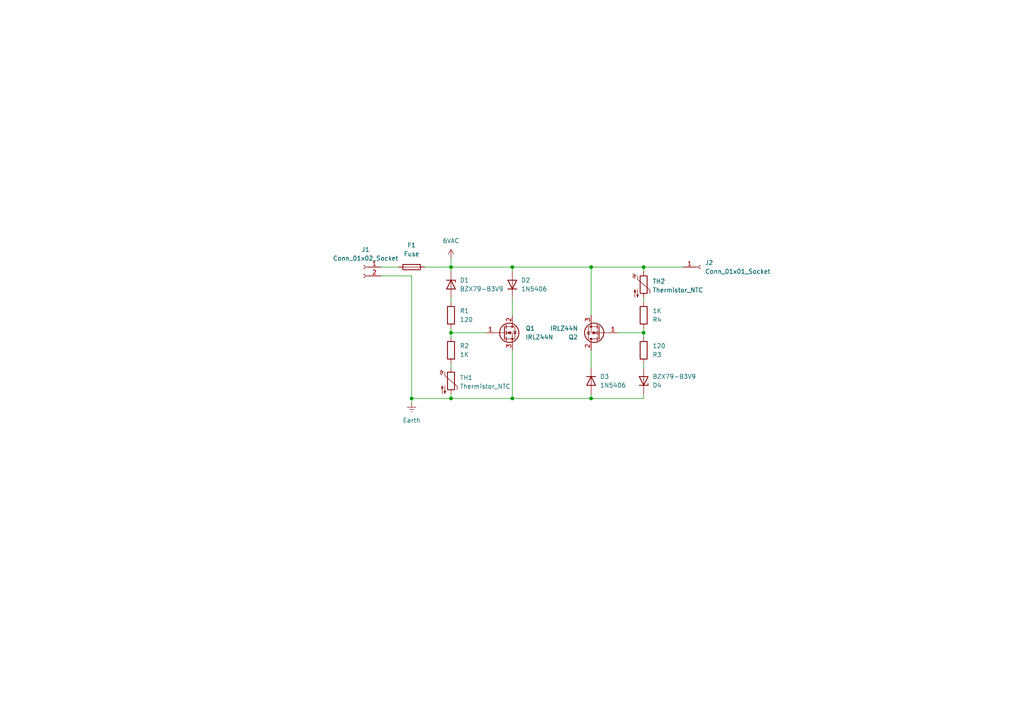
<source format=kicad_sch>
(kicad_sch (version 20231120) (generator "eeschema") (generator_version "8.0")
  (paper "A4")
  (title_block (date "2024-05-02") (rev "V1.0") (comment 1 "Author: Emiel V"))
  (lib_symbols
    (symbol "Connector:Conn_01x01_Socket" (pin_names (offset 1.016) hide)
      (property "Reference" "J" (at 0 2.54 0))
      (property "Value" "Conn_01x01_Socket" (at 0 -2.54 0))
      (symbol "Conn_01x01_Socket_1_1"
        (polyline (pts (xy -1.27 0) (xy -0.508 0)) (stroke (width 0.1524)))
        (arc (start 0 0.508) (mid -0.5058 0) (end 0 -0.508) (stroke (width 0.1524)))
        (pin passive line (at -5.08 0 0) (length 3.81) (name "Pin_1") (number "1"))
      )
    )
    (symbol "Connector:Conn_01x02_Socket" (pin_names (offset 1.016) hide)
      (property "Reference" "J" (at 0 2.54 0))
      (property "Value" "Conn_01x02_Socket" (at 0 -5.08 0))
      (symbol "Conn_01x02_Socket_1_1"
        (arc (start 0 -2.032) (mid -0.5058 -2.54) (end 0 -3.048) (stroke (width 0.1524)))
        (polyline (pts (xy -1.27 -2.54) (xy -0.508 -2.54)) (stroke (width 0.1524)))
        (polyline (pts (xy -1.27 0) (xy -0.508 0)) (stroke (width 0.1524)))
        (arc (start 0 0.508) (mid -0.5058 0) (end 0 -0.508) (stroke (width 0.1524)))
        (pin passive line (at -5.08 0 0) (length 3.81) (name "Pin_1") (number "1"))
        (pin passive line (at -5.08 -2.54 0) (length 3.81) (name "Pin_2") (number "2"))
      )
    )
    (symbol "Device:D_Zener" (pin_numbers hide) (pin_names (offset 1.016) hide)
      (property "Reference" "D" (at 0 2.54 0))
      (property "Value" "D_Zener" (at 0 -2.54 0))
      (symbol "D_Zener_0_1"
        (polyline (pts (xy 1.27 0) (xy -1.27 0)))
        (polyline (pts (xy -1.27 -1.27) (xy -1.27 1.27) (xy -0.762 1.27)) (stroke (width 0.254)))
        (polyline (pts (xy 1.27 -1.27) (xy 1.27 1.27) (xy -1.27 0) (xy 1.27 -1.27)) (stroke (width 0.254)))
      )
      (symbol "D_Zener_1_1"
        (pin passive line (at -3.81 0 0) (length 2.54) (name "K") (number "1"))
        (pin passive line (at 3.81 0 180) (length 2.54) (name "A") (number "2"))
      )
    )
    (symbol "Device:Fuse" (pin_numbers hide) (pin_names (offset 0))
      (property "Reference" "F" (at 2.032 0 90))
      (property "Value" "Fuse" (at -1.905 0 90))
      (symbol "Fuse_0_1"
        (rectangle (start -0.762 -2.54) (end 0.762 2.54) (stroke (width 0.254)))
        (polyline (pts (xy 0 2.54) (xy 0 -2.54)))
      )
      (symbol "Fuse_1_1"
        (pin passive line (at 0 3.81 270) (length 1.27) (name "~") (number "1"))
        (pin passive line (at 0 -3.81 90) (length 1.27) (name "~") (number "2"))
      )
    )
    (symbol "Device:R" (pin_numbers hide) (pin_names (offset 0))
      (property "Reference" "R" (at 2.032 0 90))
      (property "Value" "R" (at 0 0 90))
      (symbol "R_0_1"
        (rectangle (start -1.016 -2.54) (end 1.016 2.54) (stroke (width 0.254)))
      )
      (symbol "R_1_1"
        (pin passive line (at 0 3.81 270) (length 1.27) (name "~") (number "1"))
        (pin passive line (at 0 -3.81 90) (length 1.27) (name "~") (number "2"))
      )
    )
    (symbol "Device:Thermistor_NTC" (pin_numbers hide) (pin_names (offset 0))
      (property "Reference" "TH" (at -4.445 0 90))
      (property "Value" "Thermistor_NTC" (at 3.175 0 90))
      (symbol "Thermistor_NTC_0_1"
        (arc (start -3.048 2.159) (mid -3.0495 2.3143) (end -3.175 2.413))
        (arc (start -3.048 2.159) (mid -2.9736 1.9794) (end -2.794 1.905))
        (arc (start -3.048 2.794) (mid -2.9736 2.6144) (end -2.794 2.54))
        (arc (start -2.794 1.905) (mid -2.6144 1.9794) (end -2.54 2.159))
        (arc (start -2.794 2.54) (mid -2.4393 2.5587) (end -2.159 2.794))
        (arc (start -2.794 3.048) (mid -2.9736 2.9736) (end -3.048 2.794))
        (arc (start -2.54 2.794) (mid -2.6144 2.9736) (end -2.794 3.048))
        (rectangle (start -1.016 2.54) (end 1.016 -2.54) (stroke (width 0.254)))
        (polyline (pts (xy -2.54 2.159) (xy -2.54 2.794)))
        (polyline (pts (xy -1.778 2.54) (xy -1.778 1.524) (xy 1.778 -1.524) (xy 1.778 -2.54)))
        (polyline (pts (xy -2.54 -3.683) (xy -2.54 -1.397) (xy -2.794 -2.159) (xy -2.286 -2.159) (xy -2.54 -1.397) (xy -2.54 -1.651)) (fill (type outline)))
        (polyline (pts (xy -1.778 -1.397) (xy -1.778 -3.683) (xy -2.032 -2.921) (xy -1.524 -2.921) (xy -1.778 -3.683) (xy -1.778 -3.429)) (fill (type outline)))
      )
      (symbol "Thermistor_NTC_1_1"
        (pin passive line (at 0 3.81 270) (length 1.27) (name "~") (number "1"))
        (pin passive line (at 0 -3.81 90) (length 1.27) (name "~") (number "2"))
      )
    )
    (symbol "Diode:1N5406" (pin_numbers hide) (pin_names hide)
      (property "Reference" "D" (at 0 2.54 0))
      (property "Value" "1N5406" (at 0 -2.54 0))
      (symbol "1N5406_0_1"
        (polyline (pts (xy -1.27 1.27) (xy -1.27 -1.27)) (stroke (width 0.254)))
        (polyline (pts (xy 1.27 0) (xy -1.27 0)))
        (polyline (pts (xy 1.27 1.27) (xy 1.27 -1.27) (xy -1.27 0) (xy 1.27 1.27)) (stroke (width 0.254)))
      )
      (symbol "1N5406_1_1"
        (pin passive line (at -3.81 0 0) (length 2.54) (name "K") (number "1"))
        (pin passive line (at 3.81 0 180) (length 2.54) (name "A") (number "2"))
      )
    )
    (symbol "Transistor_FET:IRLZ44N" (pin_names hide)
      (property "Reference" "Q" (at 5.08 1.905 0))
      (property "Value" "IRLZ44N" (at 5.08 0 0))
      (symbol "IRLZ44N_0_1"
        (polyline (pts (xy 0.254 0) (xy -2.54 0)))
        (polyline (pts (xy 0.254 1.905) (xy 0.254 -1.905)) (stroke (width 0.254)))
        (polyline (pts (xy 0.762 -1.27) (xy 0.762 -2.286)) (stroke (width 0.254)))
        (polyline (pts (xy 0.762 0.508) (xy 0.762 -0.508)) (stroke (width 0.254)))
        (polyline (pts (xy 0.762 2.286) (xy 0.762 1.27)) (stroke (width 0.254)))
        (polyline (pts (xy 2.54 2.54) (xy 2.54 1.778)))
        (polyline (pts (xy 2.54 -2.54) (xy 2.54 0) (xy 0.762 0)))
        (polyline (pts (xy 0.762 -1.778) (xy 3.302 -1.778) (xy 3.302 1.778) (xy 0.762 1.778)))
        (polyline (pts (xy 1.016 0) (xy 2.032 0.381) (xy 2.032 -0.381) (xy 1.016 0)) (fill (type outline)))
        (polyline (pts (xy 2.794 0.508) (xy 2.921 0.381) (xy 3.683 0.381) (xy 3.81 0.254)))
        (polyline (pts (xy 3.302 0.381) (xy 2.921 -0.254) (xy 3.683 -0.254) (xy 3.302 0.381)))
        (circle (center 1.651 0) (radius 2.794) (stroke (width 0.254)))
        (circle (center 2.54 -1.778) (radius 0.254) (fill (type outline)))
        (circle (center 2.54 1.778) (radius 0.254) (fill (type outline)))
      )
      (symbol "IRLZ44N_1_1"
        (pin input line (at -5.08 0 0) (length 2.54) (name "G") (number "1"))
        (pin passive line (at 2.54 5.08 270) (length 2.54) (name "D") (number "2"))
        (pin passive line (at 2.54 -5.08 90) (length 2.54) (name "S") (number "3"))
      )
    )
    (symbol "power:+6V" (power) (pin_numbers hide) (pin_names (offset 0) hide)
      (property "Value" "+6V" (at 0 3.556 0))
      (symbol "+6V_0_1"
        (polyline (pts (xy -0.762 1.27) (xy 0 2.54)))
        (polyline (pts (xy 0 0) (xy 0 2.54)))
        (polyline (pts (xy 0 2.54) (xy 0.762 1.27)))
      )
      (symbol "+6V_1_1"
        (pin power_in line (at 0 0 90) (length 0) (name "~") (number "1"))
      )
    )
    (symbol "power:Earth" (power) (pin_numbers hide) (pin_names (offset 0) hide)
      (property "Value" "Earth" (at 0 -3.81 0))
      (symbol "Earth_0_1"
        (polyline (pts (xy -0.635 -1.905) (xy 0.635 -1.905)))
        (polyline (pts (xy -0.127 -2.54) (xy 0.127 -2.54)))
        (polyline (pts (xy 0 -1.27) (xy 0 0)))
        (polyline (pts (xy 1.27 -1.27) (xy -1.27 -1.27)))
      )
      (symbol "Earth_1_1"
        (pin power_in line (at 0 0 270) (length 0) (name "~") (number "1"))
      )
    )
  )
  (junction (at 148.59 115.57))
  (junction (at 130.81 115.57))
  (junction (at 171.45 77.47))
  (junction (at 148.59 77.47))
  (junction (at 130.81 77.47))
  (junction (at 186.69 77.47))
  (junction (at 130.81 96.52))
  (junction (at 186.69 96.52))
  (junction (at 171.45 115.57))
  (junction (at 119.38 115.57))
  (wire (pts (xy 186.69 77.47) (xy 171.45 77.47)))
  (wire (pts (xy 130.81 77.47) (xy 130.81 78.74)))
  (wire (pts (xy 148.59 86.36) (xy 148.59 91.44)))
  (wire (pts (xy 148.59 77.47) (xy 130.81 77.47)))
  (wire (pts (xy 186.69 96.52) (xy 186.69 97.79)))
  (wire (pts (xy 171.45 101.6) (xy 171.45 106.68)))
  (wire (pts (xy 119.38 80.01) (xy 119.38 115.57)))
  (wire (pts (xy 148.59 78.74) (xy 148.59 77.47)))
  (wire (pts (xy 119.38 115.57) (xy 119.38 116.84)))
  (wire (pts (xy 123.19 77.47) (xy 130.81 77.47)))
  (wire (pts (xy 130.81 74.93) (xy 130.81 77.47)))
  (wire (pts (xy 171.45 77.47) (xy 148.59 77.47)))
  (wire (pts (xy 148.59 115.57) (xy 130.81 115.57)))
  (wire (pts (xy 186.69 77.47) (xy 198.12 77.47)))
  (wire (pts (xy 148.59 115.57) (xy 171.45 115.57)))
  (wire (pts (xy 130.81 96.52) (xy 140.97 96.52)))
  (wire (pts (xy 110.49 77.47) (xy 115.57 77.47)))
  (wire (pts (xy 110.49 80.01) (xy 119.38 80.01)))
  (wire (pts (xy 130.81 86.36) (xy 130.81 87.63)))
  (wire (pts (xy 171.45 77.47) (xy 171.45 91.44)))
  (wire (pts (xy 186.69 114.3) (xy 186.69 115.57)))
  (wire (pts (xy 130.81 96.52) (xy 130.81 97.79)))
  (wire (pts (xy 186.69 105.41) (xy 186.69 106.68)))
  (wire (pts (xy 186.69 95.25) (xy 186.69 96.52)))
  (wire (pts (xy 171.45 114.3) (xy 171.45 115.57)))
  (wire (pts (xy 130.81 114.3) (xy 130.81 115.57)))
  (wire (pts (xy 179.07 96.52) (xy 186.69 96.52)))
  (wire (pts (xy 130.81 105.41) (xy 130.81 106.68)))
  (wire (pts (xy 186.69 87.63) (xy 186.69 86.36)))
  (wire (pts (xy 186.69 78.74) (xy 186.69 77.47)))
  (wire (pts (xy 130.81 95.25) (xy 130.81 96.52)))
  (wire (pts (xy 119.38 115.57) (xy 130.81 115.57)))
  (wire (pts (xy 171.45 115.57) (xy 186.69 115.57)))
  (wire (pts (xy 148.59 101.6) (xy 148.59 115.57)))
  (symbol (lib_id "Device:D_Zener") (at 130.81 82.55 270) (unit 1)
    (property "Reference" "D1" (at 133.35 81.2799 90) (effects (justify left)))
    (property "Value" "BZX79-B3V9" (at 133.35 83.8199 90) (effects (justify left)))
    (property "Footprint" "Diode_THT:D_DO-35_SOD27_P7.62mm_Horizontal" (effects (hide yes)))
    (property "Description" "Zener diode" (effects (hide yes)))
  )
  (symbol (lib_id "Device:R") (at 130.81 91.44 0) (unit 1)
    (property "Reference" "R1" (at 133.35 90.1699 0) (effects (justify left)))
    (property "Value" "120" (at 133.35 92.7099 0) (effects (justify left)))
    (property "Footprint" "Resistor_THT:R_Axial_DIN0204_L3.6mm_D1.6mm_P7.62mm_Horizontal" (effects (hide yes)))
    (property "Description" "Resistor" (effects (hide yes)))
  )
  (symbol (lib_id "Connector:Conn_01x02_Socket") (at 105.41 77.47 0) (mirror y) (unit 1)
    (property "Reference" "J1" (at 106.045 72.39 0))
    (property "Value" "Conn_01x02_Socket" (at 106.045 74.93 0))
    (property "Footprint" "Connector_Wire:SolderWire-0.75sqmm_1x02_P4.8mm_D1.25mm_OD2.3mm" (effects (hide yes)))
    (property "Description" "Generic connector, single row, 01x02, script generated" (effects (hide yes)))
  )
  (symbol (lib_id "Device:R") (at 130.81 101.6 0) (unit 1)
    (property "Reference" "R2" (at 133.35 100.3299 0) (effects (justify left)))
    (property "Value" "1K" (at 133.35 102.8699 0) (effects (justify left)))
    (property "Footprint" "Resistor_THT:R_Axial_DIN0204_L3.6mm_D1.6mm_P7.62mm_Horizontal" (effects (hide yes)))
    (property "Description" "Resistor" (effects (hide yes)))
  )
  (symbol (lib_id "Device:R") (at 186.69 91.44 0) (mirror x) (unit 1)
    (property "Reference" "R4" (at 189.23 92.7101 0) (effects (justify left)))
    (property "Value" "1K" (at 189.23 90.1701 0) (effects (justify left)))
    (property "Footprint" "Resistor_THT:R_Axial_DIN0204_L3.6mm_D1.6mm_P7.62mm_Horizontal" (effects (hide yes)))
    (property "Description" "Resistor" (effects (hide yes)))
  )
  (symbol (lib_id "Device:Thermistor_NTC") (at 130.81 110.49 0) (unit 1)
    (property "Reference" "TH1" (at 133.35 109.5374 0) (effects (justify left)))
    (property "Value" "Thermistor_NTC" (at 133.35 112.0774 0) (effects (justify left)))
    (property "Footprint" "Resistor_THT:R_Axial_DIN0204_L3.6mm_D1.6mm_P1.90mm_Vertical" (effects (hide yes)))
    (property "Description" "Temperature dependent resistor, negative temperature coefficient" (effects (hide yes)))
  )
  (symbol (lib_id "Transistor_FET:IRLZ44N") (at 146.05 96.52 0) (unit 1)
    (property "Reference" "Q1" (at 152.4 95.2499 0) (effects (justify left)))
    (property "Value" "IRLZ44N" (at 152.4 97.7899 0) (effects (justify left)))
    (property "Footprint" "Package_TO_SOT_THT:TO-220-3_Vertical" (effects (hide yes)))
    (property "Datasheet" "http://www.irf.com/product-info/datasheets/data/irlz44n.pdf" (effects (hide yes)))
    (property "Description" "47A Id, 55V Vds, 22mOhm Rds Single N-Channel HEXFET Power MOSFET, TO-220AB" (effects (hide yes)))
  )
  (symbol (lib_id "Device:Fuse") (at 119.38 77.47 90) (unit 1)
    (property "Reference" "F1" (at 119.38 71.12 90))
    (property "Value" "Fuse" (at 119.38 73.66 90))
    (property "Footprint" "Fuse:Fuseholder_Blade_Mini_Keystone_3568" (effects (hide yes)))
    (property "Description" "Fuse" (effects (hide yes)))
  )
  (symbol (lib_id "Diode:1N5406") (at 148.59 82.55 90) (unit 1)
    (property "Reference" "D2" (at 151.13 81.2799 90) (effects (justify right)))
    (property "Value" "1N5406" (at 151.13 83.8199 90) (effects (justify right)))
    (property "Footprint" "Diode_THT:D_DO-201AD_P15.24mm_Horizontal" (effects (hide yes)))
    (property "Datasheet" "http://www.vishay.com/docs/88516/1n5400.pdf" (effects (hide yes)))
    (property "Description" "600V 3A General Purpose Rectifier Diode, DO-201AD" (effects (hide yes)))
    (property "Sim.Device" "D" (effects (hide yes)))
    (property "Sim.Pins" "1=K 2=A" (effects (hide yes)))
  )
  (symbol (lib_id "Device:R") (at 186.69 101.6 0) (mirror x) (unit 1)
    (property "Reference" "R3" (at 189.23 102.8701 0) (effects (justify left)))
    (property "Value" "120" (at 189.23 100.3301 0) (effects (justify left)))
    (property "Footprint" "Resistor_THT:R_Axial_DIN0204_L3.6mm_D1.6mm_P7.62mm_Horizontal" (effects (hide yes)))
    (property "Description" "Resistor" (effects (hide yes)))
  )
  (symbol (lib_id "power:+6V") (at 130.81 74.93 0) (unit 1)
    (property "Reference" "#PWR02" (effects (hide yes)))
    (property "Value" "6VAC" (at 130.81 69.85 0))
    (property "Description" "Power symbol creates a global label with name \"+6V\"" (effects (hide yes)))
  )
  (symbol (lib_id "Connector:Conn_01x01_Socket") (at 203.2 77.47 0) (unit 1)
    (property "Reference" "J2" (at 204.47 76.1999 0) (effects (justify left)))
    (property "Value" "Conn_01x01_Socket" (at 204.47 78.7399 0) (effects (justify left)))
    (property "Footprint" "Connector_Wire:SolderWire-0.75sqmm_1x01_D1.25mm_OD2.3mm" (effects (hide yes)))
    (property "Description" "Generic connector, single row, 01x01, script generated" (effects (hide yes)))
  )
  (symbol (lib_id "Device:D_Zener") (at 186.69 110.49 270) (mirror x) (unit 1)
    (property "Reference" "D4" (at 189.23 111.7601 90) (effects (justify left)))
    (property "Value" "BZX79-B3V9" (at 189.23 109.2201 90) (effects (justify left)))
    (property "Footprint" "Diode_THT:D_DO-35_SOD27_P7.62mm_Horizontal" (effects (hide yes)))
    (property "Description" "Zener diode" (effects (hide yes)))
  )
  (symbol (lib_id "Device:Thermistor_NTC") (at 186.69 82.55 0) (unit 1)
    (property "Reference" "TH2" (at 189.23 81.5974 0) (effects (justify left)))
    (property "Value" "Thermistor_NTC" (at 189.23 84.1374 0) (effects (justify left)))
    (property "Footprint" "Resistor_THT:R_Axial_DIN0204_L3.6mm_D1.6mm_P1.90mm_Vertical" (effects (hide yes)))
    (property "Description" "Temperature dependent resistor, negative temperature coefficient" (effects (hide yes)))
  )
  (symbol (lib_id "Transistor_FET:IRLZ44N") (at 173.99 96.52 180) (unit 1)
    (property "Reference" "Q2" (at 167.64 97.7901 0) (effects (justify left)))
    (property "Value" "IRLZ44N" (at 167.64 95.2501 0) (effects (justify left)))
    (property "Footprint" "Package_TO_SOT_THT:TO-220-3_Vertical" (effects (hide yes)))
    (property "Datasheet" "http://www.irf.com/product-info/datasheets/data/irlz44n.pdf" (effects (hide yes)))
    (property "Description" "47A Id, 55V Vds, 22mOhm Rds Single N-Channel HEXFET Power MOSFET, TO-220AB" (effects (hide yes)))
  )
  (symbol (lib_id "Diode:1N5406") (at 171.45 110.49 270) (unit 1)
    (property "Reference" "D3" (at 173.99 109.2199 90) (effects (justify left)))
    (property "Value" "1N5406" (at 173.99 111.7599 90) (effects (justify left)))
    (property "Footprint" "Diode_THT:D_DO-201AD_P15.24mm_Horizontal" (effects (hide yes)))
    (property "Datasheet" "http://www.vishay.com/docs/88516/1n5400.pdf" (effects (hide yes)))
    (property "Description" "600V 3A General Purpose Rectifier Diode, DO-201AD" (effects (hide yes)))
    (property "Sim.Device" "D" (effects (hide yes)))
    (property "Sim.Pins" "1=K 2=A" (effects (hide yes)))
  )
  (symbol (lib_id "power:Earth") (at 119.38 116.84 0) (unit 1)
    (property "Reference" "#PWR01" (effects (hide yes)))
    (property "Value" "Earth" (at 119.38 121.92 0))
    (property "Description" "Power symbol creates a global label with name \"Earth\"" (effects (hide yes)))
  )
)
</source>
